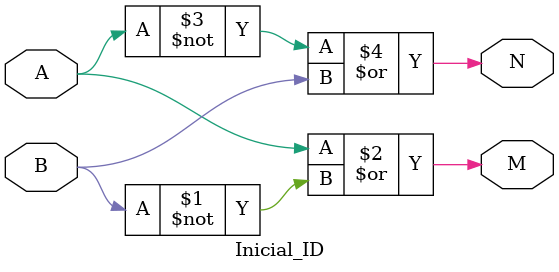
<source format=v>
module Inicial_ID(
    A, B, M, N
);
input wire A, B; // definición de entradas de la celda
output wire M, N; // definición de salidas de la celda 

assign M = A | ~B;
assign N = ~A | B;


endmodule 
</source>
